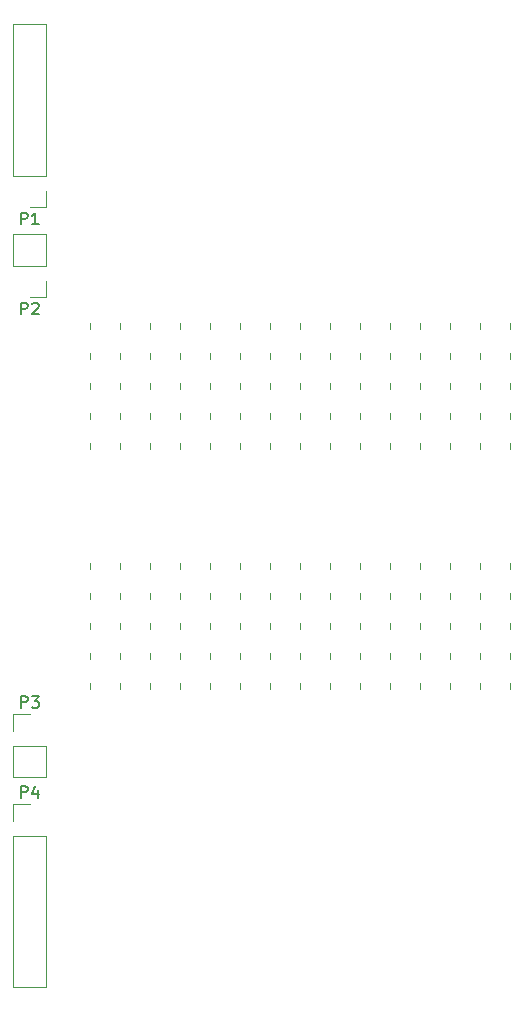
<source format=gbr>
G04 #@! TF.FileFunction,Legend,Top*
%FSLAX45Y45*%
G04 Gerber Fmt 4.5, Leading zero omitted, Abs format (unit mm)*
G04 Created by KiCad (PCBNEW 4.0.2-stable) date 2017/02/23 16:32:30*
%MOMM*%
G01*
G04 APERTURE LIST*
%ADD10C,0.200000*%
%ADD11C,0.120000*%
%ADD12C,0.100000*%
%ADD13C,0.150000*%
G04 APERTURE END LIST*
D10*
D11*
X10647000Y-7206000D02*
X10647000Y-5924000D01*
X10647000Y-5924000D02*
X10369000Y-5924000D01*
X10369000Y-5924000D02*
X10369000Y-7206000D01*
X10369000Y-7206000D02*
X10647000Y-7206000D01*
X10647000Y-7333000D02*
X10647000Y-7472000D01*
X10647000Y-7472000D02*
X10508000Y-7472000D01*
X10647000Y-7968000D02*
X10647000Y-7702000D01*
X10647000Y-7702000D02*
X10369000Y-7702000D01*
X10369000Y-7702000D02*
X10369000Y-7968000D01*
X10369000Y-7968000D02*
X10647000Y-7968000D01*
X10647000Y-8095000D02*
X10647000Y-8234000D01*
X10647000Y-8234000D02*
X10508000Y-8234000D01*
X10369000Y-12032000D02*
X10369000Y-12298000D01*
X10369000Y-12298000D02*
X10647000Y-12298000D01*
X10647000Y-12298000D02*
X10647000Y-12032000D01*
X10647000Y-12032000D02*
X10369000Y-12032000D01*
X10369000Y-11905000D02*
X10369000Y-11766000D01*
X10369000Y-11766000D02*
X10508000Y-11766000D01*
X10369000Y-12794000D02*
X10369000Y-14076000D01*
X10369000Y-14076000D02*
X10647000Y-14076000D01*
X10647000Y-14076000D02*
X10647000Y-12794000D01*
X10647000Y-12794000D02*
X10369000Y-12794000D01*
X10369000Y-12667000D02*
X10369000Y-12528000D01*
X10369000Y-12528000D02*
X10508000Y-12528000D01*
D12*
X11016000Y-9466600D02*
X11016000Y-9517400D01*
X11016000Y-9212600D02*
X11016000Y-9263400D01*
X11016000Y-8958600D02*
X11016000Y-9009400D01*
X11016000Y-8704600D02*
X11016000Y-8755400D01*
X11016000Y-8450600D02*
X11016000Y-8501400D01*
X11016000Y-11498600D02*
X11016000Y-11549400D01*
X11016000Y-11244600D02*
X11016000Y-11295400D01*
X11016000Y-10990600D02*
X11016000Y-11041400D01*
X11016000Y-10736600D02*
X11016000Y-10787400D01*
X11016000Y-10482600D02*
X11016000Y-10533400D01*
X11270000Y-9466600D02*
X11270000Y-9517400D01*
X11270000Y-9212600D02*
X11270000Y-9263400D01*
X11270000Y-8958600D02*
X11270000Y-9009400D01*
X11270000Y-8704600D02*
X11270000Y-8755400D01*
X11270000Y-8450600D02*
X11270000Y-8501400D01*
X11270000Y-11498600D02*
X11270000Y-11549400D01*
X11270000Y-11244600D02*
X11270000Y-11295400D01*
X11270000Y-10990600D02*
X11270000Y-11041400D01*
X11270000Y-10736600D02*
X11270000Y-10787400D01*
X11270000Y-10482600D02*
X11270000Y-10533400D01*
X11524000Y-9466600D02*
X11524000Y-9517400D01*
X11524000Y-9212600D02*
X11524000Y-9263400D01*
X11524000Y-8958600D02*
X11524000Y-9009400D01*
X11524000Y-8704600D02*
X11524000Y-8755400D01*
X11524000Y-8450600D02*
X11524000Y-8501400D01*
X11524000Y-11498600D02*
X11524000Y-11549400D01*
X11524000Y-11244600D02*
X11524000Y-11295400D01*
X11524000Y-10990600D02*
X11524000Y-11041400D01*
X11524000Y-10736600D02*
X11524000Y-10787400D01*
X11524000Y-10482600D02*
X11524000Y-10533400D01*
X11778000Y-9466600D02*
X11778000Y-9517400D01*
X11778000Y-9212600D02*
X11778000Y-9263400D01*
X11778000Y-8958600D02*
X11778000Y-9009400D01*
X11778000Y-8704600D02*
X11778000Y-8755400D01*
X11778000Y-8450600D02*
X11778000Y-8501400D01*
X11778000Y-11498600D02*
X11778000Y-11549400D01*
X11778000Y-11244600D02*
X11778000Y-11295400D01*
X11778000Y-10990600D02*
X11778000Y-11041400D01*
X11778000Y-10736600D02*
X11778000Y-10787400D01*
X11778000Y-10482600D02*
X11778000Y-10533400D01*
X12032000Y-9466600D02*
X12032000Y-9517400D01*
X12032000Y-9212600D02*
X12032000Y-9263400D01*
X12032000Y-8958600D02*
X12032000Y-9009400D01*
X12032000Y-8704600D02*
X12032000Y-8755400D01*
X12032000Y-8450600D02*
X12032000Y-8501400D01*
X12032000Y-11498600D02*
X12032000Y-11549400D01*
X12032000Y-11244600D02*
X12032000Y-11295400D01*
X12032000Y-10990600D02*
X12032000Y-11041400D01*
X12032000Y-10736600D02*
X12032000Y-10787400D01*
X12032000Y-10482600D02*
X12032000Y-10533400D01*
X12286000Y-9466600D02*
X12286000Y-9517400D01*
X12286000Y-9212600D02*
X12286000Y-9263400D01*
X12286000Y-8958600D02*
X12286000Y-9009400D01*
X12286000Y-8704600D02*
X12286000Y-8755400D01*
X12286000Y-8450600D02*
X12286000Y-8501400D01*
X12286000Y-11498600D02*
X12286000Y-11549400D01*
X12286000Y-11244600D02*
X12286000Y-11295400D01*
X12286000Y-10990600D02*
X12286000Y-11041400D01*
X12286000Y-10736600D02*
X12286000Y-10787400D01*
X12286000Y-10482600D02*
X12286000Y-10533400D01*
X12540000Y-9466600D02*
X12540000Y-9517400D01*
X12540000Y-9212600D02*
X12540000Y-9263400D01*
X12540000Y-8958600D02*
X12540000Y-9009400D01*
X12540000Y-8704600D02*
X12540000Y-8755400D01*
X12540000Y-8450600D02*
X12540000Y-8501400D01*
X12540000Y-11498600D02*
X12540000Y-11549400D01*
X12540000Y-11244600D02*
X12540000Y-11295400D01*
X12540000Y-10990600D02*
X12540000Y-11041400D01*
X12540000Y-10736600D02*
X12540000Y-10787400D01*
X12540000Y-10482600D02*
X12540000Y-10533400D01*
X12794000Y-9466600D02*
X12794000Y-9517400D01*
X12794000Y-9212600D02*
X12794000Y-9263400D01*
X12794000Y-8958600D02*
X12794000Y-9009400D01*
X12794000Y-8704600D02*
X12794000Y-8755400D01*
X12794000Y-8450600D02*
X12794000Y-8501400D01*
X12794000Y-11498600D02*
X12794000Y-11549400D01*
X12794000Y-11244600D02*
X12794000Y-11295400D01*
X12794000Y-10990600D02*
X12794000Y-11041400D01*
X12794000Y-10736600D02*
X12794000Y-10787400D01*
X12794000Y-10482600D02*
X12794000Y-10533400D01*
X13048000Y-9466600D02*
X13048000Y-9517400D01*
X13048000Y-9212600D02*
X13048000Y-9263400D01*
X13048000Y-8958600D02*
X13048000Y-9009400D01*
X13048000Y-8704600D02*
X13048000Y-8755400D01*
X13048000Y-8450600D02*
X13048000Y-8501400D01*
X13048000Y-11498600D02*
X13048000Y-11549400D01*
X13048000Y-11244600D02*
X13048000Y-11295400D01*
X13048000Y-10990600D02*
X13048000Y-11041400D01*
X13048000Y-10736600D02*
X13048000Y-10787400D01*
X13048000Y-10482600D02*
X13048000Y-10533400D01*
X13302000Y-9466600D02*
X13302000Y-9517400D01*
X13302000Y-9212600D02*
X13302000Y-9263400D01*
X13302000Y-8958600D02*
X13302000Y-9009400D01*
X13302000Y-8704600D02*
X13302000Y-8755400D01*
X13302000Y-8450600D02*
X13302000Y-8501400D01*
X13302000Y-11498600D02*
X13302000Y-11549400D01*
X13302000Y-11244600D02*
X13302000Y-11295400D01*
X13302000Y-10990600D02*
X13302000Y-11041400D01*
X13302000Y-10736600D02*
X13302000Y-10787400D01*
X13302000Y-10482600D02*
X13302000Y-10533400D01*
X13556000Y-9466600D02*
X13556000Y-9517400D01*
X13556000Y-9212600D02*
X13556000Y-9263400D01*
X13556000Y-8958600D02*
X13556000Y-9009400D01*
X13556000Y-8704600D02*
X13556000Y-8755400D01*
X13556000Y-8450600D02*
X13556000Y-8501400D01*
X13556000Y-11498600D02*
X13556000Y-11549400D01*
X13556000Y-11244600D02*
X13556000Y-11295400D01*
X13556000Y-10990600D02*
X13556000Y-11041400D01*
X13556000Y-10736600D02*
X13556000Y-10787400D01*
X13556000Y-10482600D02*
X13556000Y-10533400D01*
X13810000Y-9466600D02*
X13810000Y-9517400D01*
X13810000Y-9212600D02*
X13810000Y-9263400D01*
X13810000Y-8958600D02*
X13810000Y-9009400D01*
X13810000Y-8704600D02*
X13810000Y-8755400D01*
X13810000Y-8450600D02*
X13810000Y-8501400D01*
X13810000Y-11498600D02*
X13810000Y-11549400D01*
X13810000Y-11244600D02*
X13810000Y-11295400D01*
X13810000Y-10990600D02*
X13810000Y-11041400D01*
X13810000Y-10736600D02*
X13810000Y-10787400D01*
X13810000Y-10482600D02*
X13810000Y-10533400D01*
X14064000Y-9466600D02*
X14064000Y-9517400D01*
X14064000Y-9212600D02*
X14064000Y-9263400D01*
X14064000Y-8958600D02*
X14064000Y-9009400D01*
X14064000Y-8704600D02*
X14064000Y-8755400D01*
X14064000Y-8450600D02*
X14064000Y-8501400D01*
X14064000Y-11498600D02*
X14064000Y-11549400D01*
X14064000Y-11244600D02*
X14064000Y-11295400D01*
X14064000Y-10990600D02*
X14064000Y-11041400D01*
X14064000Y-10736600D02*
X14064000Y-10787400D01*
X14064000Y-10482600D02*
X14064000Y-10533400D01*
X14318000Y-9466600D02*
X14318000Y-9517400D01*
X14318000Y-9212600D02*
X14318000Y-9263400D01*
X14318000Y-8958600D02*
X14318000Y-9009400D01*
X14318000Y-8704600D02*
X14318000Y-8755400D01*
X14318000Y-8450600D02*
X14318000Y-8501400D01*
X14318000Y-11498600D02*
X14318000Y-11549400D01*
X14318000Y-11244600D02*
X14318000Y-11295400D01*
X14318000Y-10990600D02*
X14318000Y-11041400D01*
X14318000Y-10736600D02*
X14318000Y-10787400D01*
X14318000Y-10482600D02*
X14318000Y-10533400D01*
X14572000Y-9466600D02*
X14572000Y-9517400D01*
X14572000Y-9212600D02*
X14572000Y-9263400D01*
X14572000Y-8958600D02*
X14572000Y-9009400D01*
X14572000Y-8704600D02*
X14572000Y-8755400D01*
X14572000Y-8450600D02*
X14572000Y-8501400D01*
X14572000Y-11498600D02*
X14572000Y-11549400D01*
X14572000Y-11244600D02*
X14572000Y-11295400D01*
X14572000Y-10990600D02*
X14572000Y-11041400D01*
X14572000Y-10736600D02*
X14572000Y-10787400D01*
X14572000Y-10482600D02*
X14572000Y-10533400D01*
D13*
X10434191Y-7617238D02*
X10434191Y-7517238D01*
X10472286Y-7517238D01*
X10481810Y-7522000D01*
X10486572Y-7526762D01*
X10491333Y-7536286D01*
X10491333Y-7550571D01*
X10486572Y-7560095D01*
X10481810Y-7564857D01*
X10472286Y-7569619D01*
X10434191Y-7569619D01*
X10586572Y-7617238D02*
X10529429Y-7617238D01*
X10558000Y-7617238D02*
X10558000Y-7517238D01*
X10548476Y-7531524D01*
X10538952Y-7541048D01*
X10529429Y-7545809D01*
X10434191Y-8379238D02*
X10434191Y-8279238D01*
X10472286Y-8279238D01*
X10481810Y-8284000D01*
X10486572Y-8288762D01*
X10491333Y-8298286D01*
X10491333Y-8312571D01*
X10486572Y-8322095D01*
X10481810Y-8326857D01*
X10472286Y-8331619D01*
X10434191Y-8331619D01*
X10529429Y-8288762D02*
X10534191Y-8284000D01*
X10543714Y-8279238D01*
X10567524Y-8279238D01*
X10577048Y-8284000D01*
X10581810Y-8288762D01*
X10586572Y-8298286D01*
X10586572Y-8307809D01*
X10581810Y-8322095D01*
X10524667Y-8379238D01*
X10586572Y-8379238D01*
X10434191Y-11711238D02*
X10434191Y-11611238D01*
X10472286Y-11611238D01*
X10481810Y-11616000D01*
X10486572Y-11620762D01*
X10491333Y-11630286D01*
X10491333Y-11644571D01*
X10486572Y-11654095D01*
X10481810Y-11658857D01*
X10472286Y-11663619D01*
X10434191Y-11663619D01*
X10524667Y-11611238D02*
X10586572Y-11611238D01*
X10553238Y-11649333D01*
X10567524Y-11649333D01*
X10577048Y-11654095D01*
X10581810Y-11658857D01*
X10586572Y-11668381D01*
X10586572Y-11692190D01*
X10581810Y-11701714D01*
X10577048Y-11706476D01*
X10567524Y-11711238D01*
X10538952Y-11711238D01*
X10529429Y-11706476D01*
X10524667Y-11701714D01*
X10434191Y-12473238D02*
X10434191Y-12373238D01*
X10472286Y-12373238D01*
X10481810Y-12378000D01*
X10486572Y-12382762D01*
X10491333Y-12392286D01*
X10491333Y-12406571D01*
X10486572Y-12416095D01*
X10481810Y-12420857D01*
X10472286Y-12425619D01*
X10434191Y-12425619D01*
X10577048Y-12406571D02*
X10577048Y-12473238D01*
X10553238Y-12368476D02*
X10529429Y-12439905D01*
X10591333Y-12439905D01*
M02*

</source>
